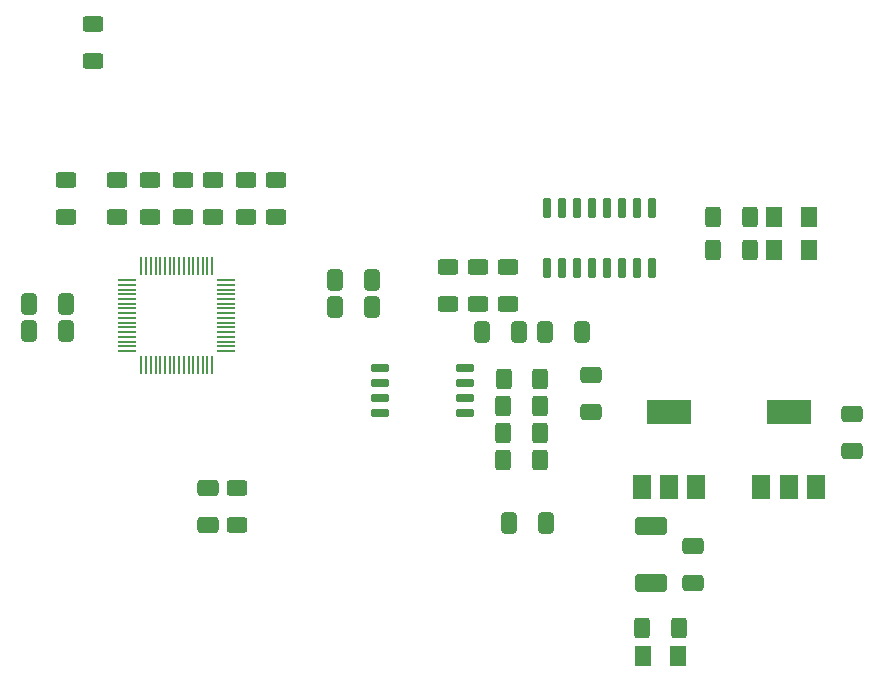
<source format=gbr>
%TF.GenerationSoftware,KiCad,Pcbnew,7.0.2*%
%TF.CreationDate,2024-03-07T11:00:20+05:30*%
%TF.ProjectId,HI-2401,48492d32-3430-4312-9e6b-696361645f70,rev?*%
%TF.SameCoordinates,Original*%
%TF.FileFunction,Paste,Bot*%
%TF.FilePolarity,Positive*%
%FSLAX46Y46*%
G04 Gerber Fmt 4.6, Leading zero omitted, Abs format (unit mm)*
G04 Created by KiCad (PCBNEW 7.0.2) date 2024-03-07 11:00:20*
%MOMM*%
%LPD*%
G01*
G04 APERTURE LIST*
G04 Aperture macros list*
%AMRoundRect*
0 Rectangle with rounded corners*
0 $1 Rounding radius*
0 $2 $3 $4 $5 $6 $7 $8 $9 X,Y pos of 4 corners*
0 Add a 4 corners polygon primitive as box body*
4,1,4,$2,$3,$4,$5,$6,$7,$8,$9,$2,$3,0*
0 Add four circle primitives for the rounded corners*
1,1,$1+$1,$2,$3*
1,1,$1+$1,$4,$5*
1,1,$1+$1,$6,$7*
1,1,$1+$1,$8,$9*
0 Add four rect primitives between the rounded corners*
20,1,$1+$1,$2,$3,$4,$5,0*
20,1,$1+$1,$4,$5,$6,$7,0*
20,1,$1+$1,$6,$7,$8,$9,0*
20,1,$1+$1,$8,$9,$2,$3,0*%
G04 Aperture macros list end*
%ADD10RoundRect,0.250000X0.400000X0.625000X-0.400000X0.625000X-0.400000X-0.625000X0.400000X-0.625000X0*%
%ADD11RoundRect,0.062500X-0.062500X0.687500X-0.062500X-0.687500X0.062500X-0.687500X0.062500X0.687500X0*%
%ADD12RoundRect,0.062500X-0.687500X0.062500X-0.687500X-0.062500X0.687500X-0.062500X0.687500X0.062500X0*%
%ADD13RoundRect,0.250000X0.625000X-0.400000X0.625000X0.400000X-0.625000X0.400000X-0.625000X-0.400000X0*%
%ADD14RoundRect,0.250001X-0.462499X-0.624999X0.462499X-0.624999X0.462499X0.624999X-0.462499X0.624999X0*%
%ADD15RoundRect,0.250000X0.412500X0.650000X-0.412500X0.650000X-0.412500X-0.650000X0.412500X-0.650000X0*%
%ADD16RoundRect,0.250000X-1.100000X0.500000X-1.100000X-0.500000X1.100000X-0.500000X1.100000X0.500000X0*%
%ADD17RoundRect,0.250000X0.650000X-0.412500X0.650000X0.412500X-0.650000X0.412500X-0.650000X-0.412500X0*%
%ADD18RoundRect,0.150000X0.150000X-0.725000X0.150000X0.725000X-0.150000X0.725000X-0.150000X-0.725000X0*%
%ADD19R,1.500000X2.000000*%
%ADD20R,3.800000X2.000000*%
%ADD21RoundRect,0.250000X-0.412500X-0.650000X0.412500X-0.650000X0.412500X0.650000X-0.412500X0.650000X0*%
%ADD22RoundRect,0.150000X0.650000X0.150000X-0.650000X0.150000X-0.650000X-0.150000X0.650000X-0.150000X0*%
%ADD23RoundRect,0.250001X0.462499X0.624999X-0.462499X0.624999X-0.462499X-0.624999X0.462499X-0.624999X0*%
%ADD24RoundRect,0.250000X-0.650000X0.412500X-0.650000X-0.412500X0.650000X-0.412500X0.650000X0.412500X0*%
G04 APERTURE END LIST*
D10*
%TO.C,R14*%
X106234500Y-83566000D03*
X103134500Y-83566000D03*
%TD*%
%TO.C,R8*%
X94514000Y-64770000D03*
X91414000Y-64770000D03*
%TD*%
%TO.C,R16*%
X112268000Y-51562000D03*
X109168000Y-51562000D03*
%TD*%
D11*
%TO.C,U2*%
X60754000Y-52975000D03*
X61154000Y-52975000D03*
X61554000Y-52975000D03*
X61954000Y-52975000D03*
X62354000Y-52975000D03*
X62754000Y-52975000D03*
X63154000Y-52975000D03*
X63554000Y-52975000D03*
X63954000Y-52975000D03*
X64354000Y-52975000D03*
X64754000Y-52975000D03*
X65154000Y-52975000D03*
X65554000Y-52975000D03*
X65954000Y-52975000D03*
X66354000Y-52975000D03*
X66754000Y-52975000D03*
D12*
X67929000Y-54150000D03*
X67929000Y-54550000D03*
X67929000Y-54950000D03*
X67929000Y-55350000D03*
X67929000Y-55750000D03*
X67929000Y-56150000D03*
X67929000Y-56550000D03*
X67929000Y-56950000D03*
X67929000Y-57350000D03*
X67929000Y-57750000D03*
X67929000Y-58150000D03*
X67929000Y-58550000D03*
X67929000Y-58950000D03*
X67929000Y-59350000D03*
X67929000Y-59750000D03*
X67929000Y-60150000D03*
D11*
X66754000Y-61325000D03*
X66354000Y-61325000D03*
X65954000Y-61325000D03*
X65554000Y-61325000D03*
X65154000Y-61325000D03*
X64754000Y-61325000D03*
X64354000Y-61325000D03*
X63954000Y-61325000D03*
X63554000Y-61325000D03*
X63154000Y-61325000D03*
X62754000Y-61325000D03*
X62354000Y-61325000D03*
X61954000Y-61325000D03*
X61554000Y-61325000D03*
X61154000Y-61325000D03*
X60754000Y-61325000D03*
D12*
X59579000Y-60150000D03*
X59579000Y-59750000D03*
X59579000Y-59350000D03*
X59579000Y-58950000D03*
X59579000Y-58550000D03*
X59579000Y-58150000D03*
X59579000Y-57750000D03*
X59579000Y-57350000D03*
X59579000Y-56950000D03*
X59579000Y-56550000D03*
X59579000Y-56150000D03*
X59579000Y-55750000D03*
X59579000Y-55350000D03*
X59579000Y-54950000D03*
X59579000Y-54550000D03*
X59579000Y-54150000D03*
%TD*%
D13*
%TO.C,R17*%
X91821000Y-56134000D03*
X91821000Y-53034000D03*
%TD*%
%TO.C,R13*%
X68834000Y-74867500D03*
X68834000Y-71767500D03*
%TD*%
D14*
%TO.C,D3*%
X114336500Y-51562000D03*
X117311500Y-51562000D03*
%TD*%
D15*
%TO.C,C7*%
X92710000Y-58547000D03*
X89585000Y-58547000D03*
%TD*%
D16*
%TO.C,D4*%
X103886000Y-74956000D03*
X103886000Y-79756000D03*
%TD*%
D17*
%TO.C,C18*%
X98806000Y-65316500D03*
X98806000Y-62191500D03*
%TD*%
D15*
%TO.C,C12*%
X80302500Y-54132000D03*
X77177500Y-54132000D03*
%TD*%
D18*
%TO.C,U7*%
X104013000Y-53156000D03*
X102743000Y-53156000D03*
X101473000Y-53156000D03*
X100203000Y-53156000D03*
X98933000Y-53156000D03*
X97663000Y-53156000D03*
X96393000Y-53156000D03*
X95123000Y-53156000D03*
X95123000Y-48006000D03*
X96393000Y-48006000D03*
X97663000Y-48006000D03*
X98933000Y-48006000D03*
X100203000Y-48006000D03*
X101473000Y-48006000D03*
X102743000Y-48006000D03*
X104013000Y-48006000D03*
%TD*%
D10*
%TO.C,R15*%
X112294000Y-48768000D03*
X109194000Y-48768000D03*
%TD*%
D19*
%TO.C,U5*%
X107724000Y-71628000D03*
X105424000Y-71628000D03*
D20*
X105424000Y-65328000D03*
D19*
X103124000Y-71628000D03*
%TD*%
D13*
%TO.C,R12*%
X54356000Y-48768000D03*
X54356000Y-45668000D03*
%TD*%
D21*
%TO.C,C2*%
X51231000Y-56134000D03*
X54356000Y-56134000D03*
%TD*%
D13*
%TO.C,R18*%
X89281000Y-56134000D03*
X89281000Y-53034000D03*
%TD*%
D10*
%TO.C,R11*%
X94540000Y-62484000D03*
X91440000Y-62484000D03*
%TD*%
D13*
%TO.C,R6*%
X69596000Y-48768000D03*
X69596000Y-45668000D03*
%TD*%
D21*
%TO.C,C11*%
X77177500Y-56418000D03*
X80302500Y-56418000D03*
%TD*%
D22*
%TO.C,U3*%
X88182000Y-61595000D03*
X88182000Y-62865000D03*
X88182000Y-64135000D03*
X88182000Y-65405000D03*
X80982000Y-65405000D03*
X80982000Y-64135000D03*
X80982000Y-62865000D03*
X80982000Y-61595000D03*
%TD*%
D19*
%TO.C,U4*%
X117856000Y-71628000D03*
X115556000Y-71628000D03*
D20*
X115556000Y-65328000D03*
D19*
X113256000Y-71628000D03*
%TD*%
D21*
%TO.C,C21*%
X94957500Y-58547000D03*
X98082500Y-58547000D03*
%TD*%
D13*
%TO.C,R3*%
X61468000Y-48768000D03*
X61468000Y-45668000D03*
%TD*%
%TO.C,R4*%
X64262000Y-48794000D03*
X64262000Y-45694000D03*
%TD*%
D15*
%TO.C,C1*%
X54394500Y-58420000D03*
X51269500Y-58420000D03*
%TD*%
D14*
%TO.C,D2*%
X114336500Y-48768000D03*
X117311500Y-48768000D03*
%TD*%
D15*
%TO.C,C6*%
X95034500Y-74676000D03*
X91909500Y-74676000D03*
%TD*%
D13*
%TO.C,R7*%
X72136000Y-48768000D03*
X72136000Y-45668000D03*
%TD*%
D23*
%TO.C,D1*%
X106172000Y-86006000D03*
X103197000Y-86006000D03*
%TD*%
D10*
%TO.C,R10*%
X94514000Y-67056000D03*
X91414000Y-67056000D03*
%TD*%
D13*
%TO.C,R1*%
X56642000Y-35560000D03*
X56642000Y-32460000D03*
%TD*%
D24*
%TO.C,C16*%
X120904000Y-65455000D03*
X120904000Y-68580000D03*
%TD*%
D10*
%TO.C,R9*%
X94514000Y-69342000D03*
X91414000Y-69342000D03*
%TD*%
D13*
%TO.C,R2*%
X58674000Y-48768000D03*
X58674000Y-45668000D03*
%TD*%
D24*
%TO.C,C22*%
X107442000Y-76631000D03*
X107442000Y-79756000D03*
%TD*%
%TO.C,C8*%
X66421000Y-71755000D03*
X66421000Y-74880000D03*
%TD*%
D13*
%TO.C,R5*%
X66802000Y-48768000D03*
X66802000Y-45668000D03*
%TD*%
%TO.C,R19*%
X86741000Y-56134000D03*
X86741000Y-53034000D03*
%TD*%
M02*

</source>
